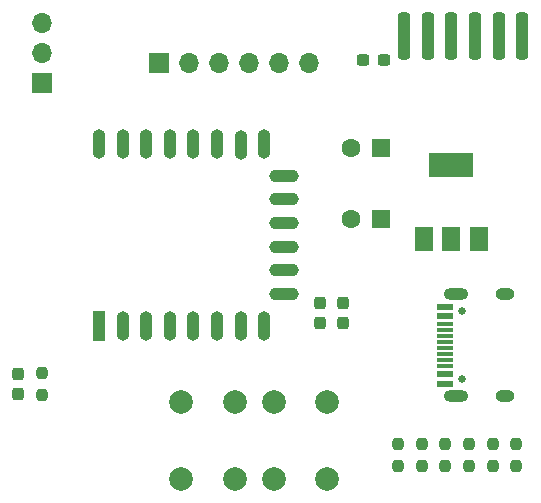
<source format=gbr>
%TF.GenerationSoftware,KiCad,Pcbnew,(6.0.9)*%
%TF.CreationDate,2022-12-26T20:31:52+01:00*%
%TF.ProjectId,RM3 mini ESP,524d3320-6d69-46e6-9920-4553502e6b69,rev?*%
%TF.SameCoordinates,Original*%
%TF.FileFunction,Soldermask,Top*%
%TF.FilePolarity,Negative*%
%FSLAX46Y46*%
G04 Gerber Fmt 4.6, Leading zero omitted, Abs format (unit mm)*
G04 Created by KiCad (PCBNEW (6.0.9)) date 2022-12-26 20:31:52*
%MOMM*%
%LPD*%
G01*
G04 APERTURE LIST*
G04 Aperture macros list*
%AMRoundRect*
0 Rectangle with rounded corners*
0 $1 Rounding radius*
0 $2 $3 $4 $5 $6 $7 $8 $9 X,Y pos of 4 corners*
0 Add a 4 corners polygon primitive as box body*
4,1,4,$2,$3,$4,$5,$6,$7,$8,$9,$2,$3,0*
0 Add four circle primitives for the rounded corners*
1,1,$1+$1,$2,$3*
1,1,$1+$1,$4,$5*
1,1,$1+$1,$6,$7*
1,1,$1+$1,$8,$9*
0 Add four rect primitives between the rounded corners*
20,1,$1+$1,$2,$3,$4,$5,0*
20,1,$1+$1,$4,$5,$6,$7,0*
20,1,$1+$1,$6,$7,$8,$9,0*
20,1,$1+$1,$8,$9,$2,$3,0*%
G04 Aperture macros list end*
%ADD10RoundRect,0.237500X0.237500X-0.250000X0.237500X0.250000X-0.237500X0.250000X-0.237500X-0.250000X0*%
%ADD11RoundRect,0.237500X0.237500X-0.287500X0.237500X0.287500X-0.237500X0.287500X-0.237500X-0.287500X0*%
%ADD12RoundRect,0.250000X-0.250000X-1.750000X0.250000X-1.750000X0.250000X1.750000X-0.250000X1.750000X0*%
%ADD13C,2.000000*%
%ADD14R,1.100000X2.500000*%
%ADD15O,1.100000X2.500000*%
%ADD16O,2.500000X1.100000*%
%ADD17R,1.500000X2.000000*%
%ADD18R,3.800000X2.000000*%
%ADD19R,1.700000X1.700000*%
%ADD20O,1.700000X1.700000*%
%ADD21R,1.600000X1.600000*%
%ADD22C,1.600000*%
%ADD23RoundRect,0.237500X-0.237500X0.250000X-0.237500X-0.250000X0.237500X-0.250000X0.237500X0.250000X0*%
%ADD24RoundRect,0.237500X0.237500X-0.300000X0.237500X0.300000X-0.237500X0.300000X-0.237500X-0.300000X0*%
%ADD25C,0.650000*%
%ADD26R,1.450000X0.600000*%
%ADD27R,1.450000X0.300000*%
%ADD28O,1.600000X1.000000*%
%ADD29O,2.100000X1.000000*%
%ADD30RoundRect,0.237500X0.300000X0.237500X-0.300000X0.237500X-0.300000X-0.237500X0.300000X-0.237500X0*%
G04 APERTURE END LIST*
D10*
%TO.C,R3*%
X84000000Y-106912500D03*
X84000000Y-105087500D03*
%TD*%
D11*
%TO.C,D4*%
X45850000Y-100875000D03*
X45850000Y-99125000D03*
%TD*%
D12*
%TO.C,J2*%
X88500000Y-70500000D03*
X86500000Y-70500000D03*
X84500000Y-70500000D03*
X82500000Y-70500000D03*
X80500000Y-70500000D03*
X78500000Y-70500000D03*
%TD*%
D13*
%TO.C,RST*%
X59650000Y-108050000D03*
X59650000Y-101550000D03*
X64150000Y-108050000D03*
X64150000Y-101550000D03*
%TD*%
D14*
%TO.C,U1*%
X52662500Y-95050000D03*
D15*
X54662500Y-95050000D03*
X56662500Y-95050000D03*
X58662500Y-95050000D03*
X60662500Y-95050000D03*
X62662500Y-95050000D03*
X64662500Y-95050000D03*
X66662500Y-95050000D03*
X66662500Y-79650000D03*
X64662500Y-79750000D03*
X62662500Y-79650000D03*
X60662500Y-79650000D03*
X58662500Y-79650000D03*
X56662500Y-79650000D03*
X54662500Y-79650000D03*
X52662500Y-79650000D03*
D16*
X68362500Y-92360000D03*
X68362500Y-90360000D03*
X68362500Y-88360000D03*
X68362500Y-86360000D03*
X68362500Y-84360000D03*
X68362500Y-82360000D03*
%TD*%
D17*
%TO.C,U2*%
X80200000Y-87750000D03*
D18*
X82500000Y-81450000D03*
D17*
X82500000Y-87750000D03*
X84800000Y-87750000D03*
%TD*%
D19*
%TO.C,J4*%
X47800000Y-74500000D03*
D20*
X47800000Y-71960000D03*
X47800000Y-69420000D03*
%TD*%
D13*
%TO.C,FLASH*%
X67500000Y-108050000D03*
X67500000Y-101550000D03*
X72000000Y-101550000D03*
X72000000Y-108050000D03*
%TD*%
D21*
%TO.C,C4*%
X76500000Y-86050000D03*
D22*
X74000000Y-86050000D03*
%TD*%
D23*
%TO.C,R2*%
X86000000Y-105087500D03*
X86000000Y-106912500D03*
%TD*%
D24*
%TO.C,C1*%
X71350000Y-94862500D03*
X71350000Y-93137500D03*
%TD*%
D19*
%TO.C,J3*%
X57760000Y-72800000D03*
D20*
X60300000Y-72800000D03*
X62840000Y-72800000D03*
X65380000Y-72800000D03*
X67920000Y-72800000D03*
X70460000Y-72800000D03*
%TD*%
D23*
%TO.C,R5*%
X80000000Y-105087500D03*
X80000000Y-106912500D03*
%TD*%
D25*
%TO.C,J1*%
X83400000Y-93810000D03*
X83400000Y-99590000D03*
D26*
X81955000Y-99950000D03*
X81955000Y-99150000D03*
D27*
X81955000Y-97950000D03*
X81955000Y-96950000D03*
X81955000Y-96450000D03*
X81955000Y-95450000D03*
D26*
X81955000Y-94250000D03*
X81955000Y-93450000D03*
X81955000Y-93450000D03*
X81955000Y-94250000D03*
D27*
X81955000Y-94950000D03*
X81955000Y-95950000D03*
X81955000Y-97450000D03*
X81955000Y-98450000D03*
D26*
X81955000Y-99150000D03*
X81955000Y-99950000D03*
D28*
X87050000Y-92380000D03*
D29*
X82870000Y-92380000D03*
D28*
X87050000Y-101020000D03*
D29*
X82870000Y-101020000D03*
%TD*%
D30*
%TO.C,C5*%
X76762500Y-72550000D03*
X75037500Y-72550000D03*
%TD*%
D10*
%TO.C,R4*%
X82000000Y-106912500D03*
X82000000Y-105087500D03*
%TD*%
D23*
%TO.C,R1*%
X88000000Y-105087500D03*
X88000000Y-106912500D03*
%TD*%
%TO.C,R7*%
X47850000Y-99087500D03*
X47850000Y-100912500D03*
%TD*%
D24*
%TO.C,C2*%
X73350000Y-94862500D03*
X73350000Y-93137500D03*
%TD*%
D21*
%TO.C,C3*%
X76500000Y-80000000D03*
D22*
X74000000Y-80000000D03*
%TD*%
D23*
%TO.C,R6*%
X78000000Y-105087500D03*
X78000000Y-106912500D03*
%TD*%
M02*

</source>
